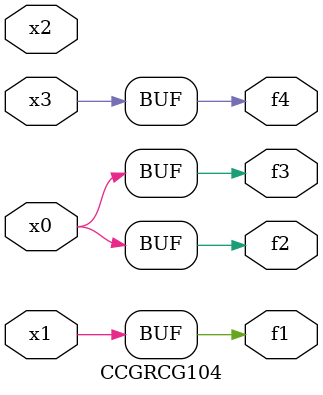
<source format=v>
module CCGRCG104(
	input x0, x1, x2, x3,
	output f1, f2, f3, f4
);
	assign f1 = x1;
	assign f2 = x0;
	assign f3 = x0;
	assign f4 = x3;
endmodule

</source>
